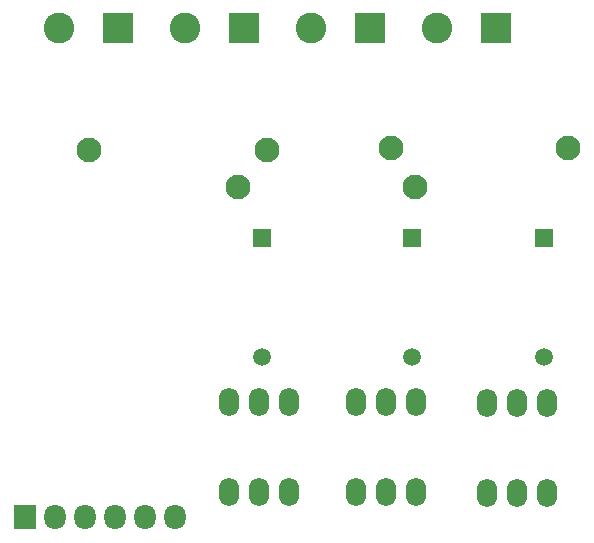
<source format=gts>
G04 #@! TF.FileFunction,Soldermask,Top*
%FSLAX46Y46*%
G04 Gerber Fmt 4.6, Leading zero omitted, Abs format (unit mm)*
G04 Created by KiCad (PCBNEW 4.0.2-stable) date 3/20/2016 1:32:16 PM*
%MOMM*%
G01*
G04 APERTURE LIST*
%ADD10C,0.100000*%
%ADD11R,1.500000X1.500000*%
%ADD12C,1.500000*%
%ADD13R,2.600000X2.600000*%
%ADD14C,2.600000*%
%ADD15R,1.827200X2.132000*%
%ADD16O,1.827200X2.132000*%
%ADD17C,2.098980*%
%ADD18O,1.700000X2.400000*%
G04 APERTURE END LIST*
D10*
D11*
X152306000Y-92568000D03*
D12*
X152306000Y-102568000D03*
D11*
X163482000Y-92568000D03*
D12*
X163482000Y-102568000D03*
D11*
X139606000Y-92568000D03*
D12*
X139606000Y-102568000D03*
D13*
X127414000Y-74788000D03*
D14*
X122414000Y-74788000D03*
D13*
X138082000Y-74788000D03*
D14*
X133082000Y-74788000D03*
D13*
X148750000Y-74788000D03*
D14*
X143750000Y-74788000D03*
D13*
X159418000Y-74788000D03*
D14*
X154418000Y-74788000D03*
D15*
X119540000Y-116190000D03*
D16*
X122080000Y-116190000D03*
X124620000Y-116190000D03*
X127160000Y-116190000D03*
X129700000Y-116190000D03*
X132240000Y-116190000D03*
D17*
X137574000Y-88250000D03*
X152574000Y-88250000D03*
X150528000Y-84948000D03*
X165528000Y-84948000D03*
X125001000Y-85075000D03*
X140001000Y-85075000D03*
D18*
X147607000Y-114031000D03*
X150147000Y-114031000D03*
X152687000Y-114031000D03*
X152687000Y-106411000D03*
X150147000Y-106411000D03*
X147607000Y-106411000D03*
X136812000Y-114031000D03*
X139352000Y-114031000D03*
X141892000Y-114031000D03*
X141892000Y-106411000D03*
X139352000Y-106411000D03*
X136812000Y-106411000D03*
X158656000Y-114158000D03*
X161196000Y-114158000D03*
X163736000Y-114158000D03*
X163736000Y-106538000D03*
X161196000Y-106538000D03*
X158656000Y-106538000D03*
M02*

</source>
